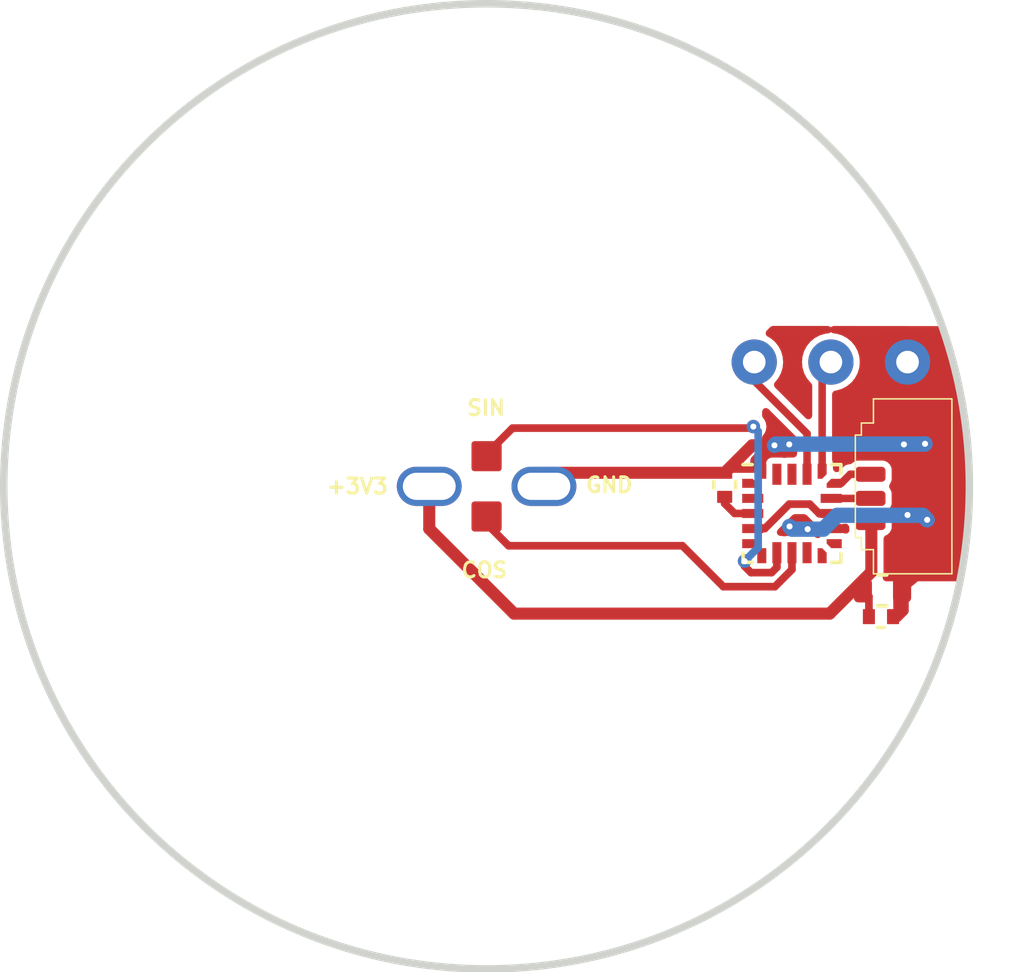
<source format=kicad_pcb>
(kicad_pcb (version 20221018) (generator pcbnew)
  (layers (0 "F.Cu" signal) (31 "B.Cu" signal) (34 "B.Paste" user) (35 "F.Paste" user) (36 "B.SilkS" user "B.Silkscreen") (37 "F.SilkS" user "F.Silkscreen") (38 "B.Mask" user) (39 "F.Mask" user) (44 "Edge.Cuts" user))
  (net 0 "")
  (net 1 "Net-(U1-NRST)")
  (net 2 "GND")
  (net 3 "/COS")
  (net 4 "/SIN")
  (net 7 "/V_TEMP")
  (net 11 "/LED_GPIO")
  (net 12 "/TX")
  (net 13 "/RX")
  (net 14 "/SWDIO")
  (net 15 "/SWCLK")
  (net 18 "+3V3")
  (footprint "adapter-encoder:dogbone_pad" (layer "F.Cu") (at 143.415 103.1)
    (fp_text reference "M3" hide)
    (fp_text value "THRU_HOLE_PAD")
    (pad "1" smd roundrect locked (at 0 0) (size 1 1) (layers "F.Cu" "F.Paste" "F.Mask") (roundrect_rratio 0.1) (net 4 "/SIN"))
  )
  (footprint "adapter-encoder:C_0603_1608Metric" (layer "F.Cu") (at 156.535 105.55)
    (fp_text reference "C4" hide)
    (fp_text value "4.7nF 0603")
    (fp_line (start -0.14058 -0.51) (end 0.14058 -0.51) (stroke (width 0.12)) (layer "F.SilkS"))
    (fp_line (start -0.14058 0.51) (end 0.14058 0.51) (stroke (width 0.12)) (layer "F.SilkS"))
    (pad "1" smd roundrect (at -0.65 0) (size 0.6 0.8) (layers "F.Cu" "F.Paste" "F.Mask") (net 18 "+3V3"))
    (pad "2" smd roundrect (at 0.65 0) (size 0.6 0.8) (layers "F.Cu" "F.Paste" "F.Mask") (net 2 "GND"))
  )
  (footprint "foc-pcb-library:PAD-BREADBOARD" (layer "F.Cu") (at 157.365 97.98)
    (fp_text reference "M7" hide)
    (fp_text value "THRU_HOLE_PAD" hide)
    (pad "1" thru_hole circle (at 0 0) (size 1.5 1.5) (drill 0.75) (layers "*.Cu" "*.Mask") (net 2 "GND"))
  )
  (footprint "adapter-encoder:C_0402_1005Metric" (layer "F.Cu") (at 151.305 102.05 90)
    (fp_text reference "C1" hide)
    (fp_text value "100nF")
    (fp_line (start -0.107836 -0.36) (end 0.107836 -0.36) (stroke (width 0.12)) (layer "F.SilkS"))
    (fp_line (start -0.107836 0.36) (end 0.107836 0.36) (stroke (width 0.12)) (layer "F.SilkS"))
    (pad "1" smd roundrect (at -0.4 0 90) (size 0.4 0.5) (layers "F.Cu" "F.Paste" "F.Mask") (roundrect_rratio 0.0625) (net 1 "Net-(U1-NRST)"))
    (pad "2" smd roundrect (at 0.4 0 90) (size 0.4 0.5) (layers "F.Cu" "F.Paste" "F.Mask") (roundrect_rratio 0.0625) (net 2 "GND"))
  )
  (footprint "foc-pcb-library:PAD-BREADBOARD" (layer "F.Cu") (at 152.285 97.98)
    (fp_text reference "M6" hide)
    (fp_text value "THRU_HOLE_PAD" hide)
    (pad "1" thru_hole circle (at 0 0) (size 1.5 1.5) (drill 0.75) (layers "*.Cu" "*.Mask") (net 15 "/SWCLK"))
  )
  (footprint "foc-pcb-library:PAD-BREADBOARD" (layer "F.Cu") (at 154.825 97.98)
    (fp_text reference "M5" hide)
    (fp_text value "THRU_HOLE_PAD" hide)
    (pad "1" thru_hole circle (at 0 0) (size 1.5 1.5) (drill 0.75) (layers "*.Cu" "*.Mask") (net 14 "/SWDIO"))
  )
  (footprint "adapter-encoder:dogbone_slot" (layer "F.Cu") (at 141.515 102.1)
    (fp_text reference "M1" hide)
    (fp_text value "THRU_HOLE_PAD")
    (pad "1" thru_hole oval locked (at 0 0) (size 2.15 1.3) (drill oval 1.75 0.9) (layers "*.Cu" "*.Mask") (net 18 "+3V3"))
  )
  (footprint "foc-pcb-library:DF52-4S-0.8H(21)" (layer "F.Cu") (at 156.135 102.1 90)
    (fp_text reference "U3" hide)
    (fp_text value "DF52-4S-0.8H(21)" hide)
    (fp_line (start -2.9 0.1) (end -2.9 2.7) (stroke (width 0.05)) (layer "F.SilkS"))
    (fp_line (start -2.9 2.7) (end 2.9 2.7) (stroke (width 0.05)) (layer "F.SilkS"))
    (fp_line (start -2.1 -0.3) (end -2.1 0.1) (stroke (width 0.05)) (layer "F.SilkS"))
    (fp_line (start -2.1 0.1) (end -2.9 0.1) (stroke (width 0.05)) (layer "F.SilkS"))
    (fp_line (start -1.7 -0.5) (end -1.7 -0.3) (stroke (width 0.05)) (layer "F.SilkS"))
    (fp_line (start -1.7 -0.5) (end 1.7 -0.5) (stroke (width 0.05)) (layer "F.SilkS"))
    (fp_line (start -1.7 -0.3) (end -2.1 -0.3) (stroke (width 0.05)) (layer "F.SilkS"))
    (fp_line (start 1.7 -0.5) (end 1.7 -0.3) (stroke (width 0.05)) (layer "F.SilkS"))
    (fp_line (start 1.7 -0.3) (end 2.1 -0.3) (stroke (width 0.05)) (layer "F.SilkS"))
    (fp_line (start 2.1 -0.3) (end 2.1 0.1) (stroke (width 0.05)) (layer "F.SilkS"))
    (fp_line (start 2.1 0.1) (end 2.9 0.1) (stroke (width 0.05)) (layer "F.SilkS"))
    (fp_line (start 2.9 0.1) (end 2.9 2.7) (stroke (width 0.05)) (layer "F.SilkS"))
    (pad "1" smd roundrect (at -1.2 0 270) (size 0.5 1) (layers "F.Cu" "F.Paste" "F.Mask") (net 18 "+3V3"))
    (pad "2" smd roundrect (at -0.4 0 270) (size 0.5 1) (layers "F.Cu" "F.Paste" "F.Mask") (net 12 "/TX"))
    (pad "3" smd roundrect (at 0.4 0 270) (size 0.5 1) (layers "F.Cu" "F.Paste" "F.Mask") (net 13 "/RX"))
    (pad "4" smd roundrect (at 1.2 0 270) (size 0.5 1) (layers "F.Cu" "F.Paste" "F.Mask") (net 2 "GND"))
    (pad "5" smd roundrect (at 2.45 1.92 90) (size 0.9 1.6) (layers "F.Cu" "F.Paste" "F.Mask") (net 2 "GND"))
    (pad "6" smd roundrect (at -2.45 1.92 90) (size 0.9 1.6) (layers "F.Cu" "F.Paste" "F.Mask") (net 2 "GND"))
  )
  (footprint "adapter-encoder:dogbone_slot" (layer "F.Cu") (at 145.315 102.1)
    (fp_text reference "M4" hide)
    (fp_text value "THRU_HOLE_PAD")
    (pad "1" thru_hole oval locked (at 0 0) (size 2.15 1.3) (drill oval 1.75 0.9) (layers "*.Cu" "*.Mask") (net 2 "GND"))
  )
  (footprint "adapter-encoder:C_0402_1005Metric" (layer "F.Cu") (at 156.485 106.42)
    (fp_text reference "C2" hide)
    (fp_text value "100nF 0402")
    (fp_line (start -0.107836 -0.36) (end 0.107836 -0.36) (stroke (width 0.12)) (layer "F.SilkS"))
    (fp_line (start -0.107836 0.36) (end 0.107836 0.36) (stroke (width 0.12)) (layer "F.SilkS"))
    (pad "1" smd roundrect (at -0.4 0) (size 0.4 0.5) (layers "F.Cu" "F.Paste" "F.Mask") (roundrect_rratio 0.0625) (net 18 "+3V3"))
    (pad "2" smd roundrect (at 0.4 0) (size 0.4 0.5) (layers "F.Cu" "F.Paste" "F.Mask") (roundrect_rratio 0.0625) (net 2 "GND"))
  )
  (footprint "adapter-encoder:dogbone_pad" (layer "F.Cu") (at 143.415 101.1)
    (fp_text reference "M2" hide)
    (fp_text value "THRU_HOLE_PAD")
    (pad "1" smd roundrect locked (at 0 0) (size 1 1) (layers "F.Cu" "F.Paste" "F.Mask") (roundrect_rratio 0.1) (net 3 "/COS"))
  )
  (footprint "adapter-encoder:ST_UFQFPN-20_3x3mm_P0.5mm" (layer "F.Cu") (at 153.535 103)
    (fp_text reference "U1" hide)
    (fp_text value "STM32L011F4Ux")
    (fp_line (start -1.62 -1.62) (end -1.32 -1.62) (stroke (width 0.12)) (layer "F.SilkS"))
    (fp_line (start -1.62 1.62) (end -1.62 1.32) (stroke (width 0.12)) (layer "F.SilkS"))
    (fp_line (start -1.62 1.62) (end -1.32 1.62) (stroke (width 0.12)) (layer "F.SilkS"))
    (fp_line (start 1.62 -1.62) (end 1.32 -1.62) (stroke (width 0.12)) (layer "F.SilkS"))
    (fp_line (start 1.62 -1.62) (end 1.62 -1.32) (stroke (width 0.12)) (layer "F.SilkS"))
    (fp_line (start 1.62 1.62) (end 1.32 1.62) (stroke (width 0.12)) (layer "F.SilkS"))
    (fp_line (start 1.62 1.62) (end 1.62 1.32) (stroke (width 0.12)) (layer "F.SilkS"))
    (pad "1" smd custom (at -1.475 -1) (size 0.35 0.3) (layers "F.Cu" "F.Paste" "F.Mask") (options (clearance outline) (anchor rect)) (primitives (gr_poly (pts (xy 0.325 0) (xy 0.325 0.15) (xy 0.175 0.15) (xy 0.175 -0.15)) (width 0) (fill yes))))
    (pad "2" smd rect (at -1.3 -0.5) (size 0.7 0.3) (layers "F.Cu" "F.Paste" "F.Mask"))
    (pad "3" smd rect (at -1.3 0) (size 0.7 0.3) (layers "F.Cu" "F.Paste" "F.Mask") (net 1 "Net-(U1-NRST)"))
    (pad "4" smd rect (at -1.3 0.5) (size 0.7 0.3) (layers "F.Cu" "F.Paste" "F.Mask") (net 18 "+3V3"))
    (pad "5" smd custom (at -1.475 1) (size 0.35 0.3) (layers "F.Cu" "F.Paste" "F.Mask") (net 7 "/V_TEMP") (options (clearance outline) (anchor rect)) (primitives (gr_poly (pts (xy 0.325 0) (xy 0.175 0.15) (xy 0.175 -0.15) (xy 0.325 -0.15)) (width 0) (fill yes))))
    (pad "6" smd custom (at -1 1.475) (size 0.3 0.35) (layers "F.Cu" "F.Paste" "F.Mask") (options (clearance outline) (anchor rect)) (primitives (gr_poly (pts (xy 0.15 -0.175) (xy -0.15 -0.175) (xy 0 -0.325) (xy 0.15 -0.325)) (width 0) (fill yes))))
    (pad "7" smd rect (at -0.5 1.3) (size 0.3 0.7) (layers "F.Cu" "F.Paste" "F.Mask") (net 3 "/COS"))
    (pad "8" smd rect (at 0 1.3) (size 0.3 0.7) (layers "F.Cu" "F.Paste" "F.Mask") (net 4 "/SIN"))
    (pad "9" smd rect (at 0.5 1.3) (size 0.3 0.7) (layers "F.Cu" "F.Paste" "F.Mask"))
    (pad "10" smd custom (at 1 1.475) (size 0.3 0.35) (layers "F.Cu" "F.Paste" "F.Mask") (options (clearance outline) (anchor rect)) (primitives (gr_poly (pts (xy 0.15 -0.175) (xy -0.15 -0.175) (xy -0.15 -0.325) (xy 0 -0.325)) (width 0) (fill yes))))
    (pad "11" smd custom (at 1.475 1) (size 0.35 0.3) (layers "F.Cu" "F.Paste" "F.Mask") (net 11 "/LED_GPIO") (options (clearance outline) (anchor rect)) (primitives (gr_poly (pts (xy -0.175 0.15) (xy -0.325 0) (xy -0.325 -0.15) (xy -0.175 -0.15)) (width 0) (fill yes))))
    (pad "12" smd rect (at 1.3 0.5) (size 0.7 0.3) (layers "F.Cu" "F.Paste" "F.Mask") (net 2 "GND"))
    (pad "13" smd rect (at 1.3 0) (size 0.7 0.3) (layers "F.Cu" "F.Paste" "F.Mask") (net 18 "+3V3"))
    (pad "14" smd rect (at 1.3 -0.5) (size 0.7 0.3) (layers "F.Cu" "F.Paste" "F.Mask") (net 12 "/TX"))
    (pad "15" smd custom (at 1.475 -1) (size 0.35 0.3) (layers "F.Cu" "F.Paste" "F.Mask") (net 13 "/RX") (options (clearance outline) (anchor rect)) (primitives (gr_poly (pts (xy -0.175 0.15) (xy -0.325 0.15) (xy -0.325 0) (xy -0.175 -0.15)) (width 0) (fill yes))))
    (pad "16" smd custom (at 1 -1.475) (size 0.3 0.35) (layers "F.Cu" "F.Paste" "F.Mask") (net 14 "/SWDIO") (options (clearance outline) (anchor rect)) (primitives (gr_poly (pts (xy 0 0.325) (xy -0.15 0.325) (xy -0.15 0.175) (xy 0.15 0.175)) (width 0) (fill yes))))
    (pad "17" smd rect (at 0.5 -1.3) (size 0.3 0.7) (layers "F.Cu" "F.Paste" "F.Mask") (net 15 "/SWCLK"))
    (pad "18" smd rect (at 0 -1.3) (size 0.3 0.7) (layers "F.Cu" "F.Paste" "F.Mask"))
    (pad "19" smd rect (at -0.5 -1.3) (size 0.3 0.7) (layers "F.Cu" "F.Paste" "F.Mask"))
    (pad "20" smd custom (at -1 -1.475) (size 0.3 0.35) (layers "F.Cu" "F.Paste" "F.Mask") (net 2 "GND") (options (clearance outline) (anchor rect)) (primitives (gr_poly (pts (xy 0.15 0.325) (xy 0 0.325) (xy -0.15 0.175) (xy 0.15 0.175)) (width 0) (fill yes))))
  )
  (gr_circle locked (center 143.415 102.1) (end 159.415 102.1) (stroke (width 0.25)) (fill none) (layer "Edge.Cuts"))
  (gr_text "COS" (at 142.525 105.17) (layer "F.SilkS") (effects (font (size 0.5 0.5) (thickness 0.1) bold) (justify left bottom)))
  (gr_text "SIN" (at 142.715 99.79) (layer "F.SilkS") (effects (font (size 0.5 0.5) (thickness 0.1) bold) (justify left bottom)))
  (gr_text "GND" (at 146.655 102.35) (layer "F.SilkS") (effects (font (size 0.5 0.5) (thickness 0.1) bold) (justify left bottom)))
  (gr_text "+3V3" (at 138.065 102.39) (layer "F.SilkS") (effects (font (size 0.5 0.5) (thickness 0.1) bold) (justify left bottom)))
  (segment (start 151.305 102.45) (end 151.305 102.67) (width 0.254) (layer "F.Cu") (net 1))
  (segment (start 151.305 102.67) (end 151.635 103) (width 0.254) (layer "F.Cu") (net 1))
  (segment (start 151.635 103) (end 152.235 103) (width 0.254) (layer "F.Cu") (net 1))
  (segment (start 151.305 101.65) (end 145.485 101.65) (width 0.4) (layer "F.Cu") (net 2))
  (segment (start 151.43 101.525) (end 151.305 101.65) (width 0.254) (layer "F.Cu") (net 2))
  (segment (start 152.535 101.525) (end 151.43 101.525) (width 0.254) (layer "F.Cu") (net 2))
  (segment (start 152.215 100.74) (end 151.305 101.65) (width 0.4) (layer "F.Cu") (net 2))
  (segment (start 145.485 101.65) (end 145.315 101.82) (width 0.4) (layer "F.Cu") (net 2))
  (segment (start 152.955 100.74) (end 152.215 100.74) (width 0.4) (layer "F.Cu") (net 2))
  (segment (start 145.315 102.1) (end 145.315 101.82) (width 0.508) (layer "F.Cu") (net 2))
  (via (at 157.365 103.05) (size 0.45) (drill 0.2) (layers "F.Cu" "B.Cu") (net 2))
  (via (at 157.945 100.69) (size 0.45) (drill 0.2) (layers "F.Cu" "B.Cu") (net 2))
  (via (at 157.245 100.71) (size 0.45) (drill 0.2) (layers "F.Cu" "B.Cu") (net 2))
  (via (at 153.445 100.71) (size 0.45) (drill 0.2) (layers "F.Cu" "B.Cu") (net 2))
  (via (at 152.955 100.74) (size 0.45) (drill 0.2) (layers "F.Cu" "B.Cu") (net 2))
  (via (at 153.455 103.43) (size 0.45) (drill 0.2) (layers "F.Cu" "B.Cu") (net 2))
  (via (at 154.055 103.52) (size 0.45) (drill 0.2) (layers "F.Cu" "B.Cu") (net 2))
  (via (at 158.015 103.21) (size 0.45) (drill 0.2) (layers "F.Cu" "B.Cu") (net 2))
  (segment (start 152.955 100.74) (end 152.995 100.7) (width 0.508) (layer "B.Cu") (net 2))
  (segment (start 154.575 103.52) (end 155.035 103.06) (width 0.508) (layer "B.Cu") (net 2))
  (segment (start 153.455 103.43) (end 153.545 103.52) (width 0.508) (layer "B.Cu") (net 2))
  (segment (start 152.995 100.7) (end 157.935 100.7) (width 0.508) (layer "B.Cu") (net 2))
  (segment (start 157.865 103.06) (end 158.015 103.21) (width 0.508) (layer "B.Cu") (net 2))
  (segment (start 157.935 100.7) (end 157.945 100.69) (width 0.508) (layer "B.Cu") (net 2))
  (segment (start 154.055 103.52) (end 154.575 103.52) (width 0.508) (layer "B.Cu") (net 2))
  (segment (start 153.545 103.52) (end 154.055 103.52) (width 0.508) (layer "B.Cu") (net 2))
  (segment (start 155.035 103.06) (end 157.865 103.06) (width 0.508) (layer "B.Cu") (net 2))
  (segment (start 152.205 100.17) (end 144.275 100.17) (width 0.254) (layer "F.Cu") (net 3))
  (segment (start 152.175 104.96) (end 152.860264 104.96) (width 0.254) (layer "F.Cu") (net 3))
  (segment (start 143.415 101.03) (end 143.415 101.1) (width 0.254) (layer "F.Cu") (net 3))
  (segment (start 144.275 100.17) (end 143.415 101.03) (width 0.254) (layer "F.Cu") (net 3))
  (segment (start 152.255 100.12) (end 152.205 100.17) (width 0.254) (layer "F.Cu") (net 3))
  (segment (start 151.965 104.75) (end 152.175 104.96) (width 0.254) (layer "F.Cu") (net 3))
  (segment (start 153.035 104.785264) (end 153.035 104.3) (width 0.254) (layer "F.Cu") (net 3))
  (segment (start 152.860264 104.96) (end 153.035 104.785264) (width 0.254) (layer "F.Cu") (net 3))
  (segment (start 151.965 104.58) (end 151.965 104.75) (width 0.254) (layer "F.Cu") (net 3))
  (via (at 151.965 104.58) (size 0.45) (drill 0.2) (layers "F.Cu" "B.Cu") (net 3))
  (via (at 152.255 100.12) (size 0.45) (drill 0.2) (layers "F.Cu" "B.Cu") (net 3))
  (segment (start 152.255 100.12) (end 152.415 100.28) (width 0.254) (layer "B.Cu") (net 3))
  (segment (start 152.415 104.13) (end 151.965 104.58) (width 0.254) (layer "B.Cu") (net 3))
  (segment (start 152.415 100.28) (end 152.415 104.13) (width 0.254) (layer "B.Cu") (net 3))
  (segment (start 153.535 104.86) (end 152.9686 105.4264) (width 0.254) (layer "F.Cu") (net 4))
  (segment (start 149.905 104.07) (end 144.145 104.07) (width 0.254) (layer "F.Cu") (net 4))
  (segment (start 151.2614 105.4264) (end 149.905 104.07) (width 0.254) (layer "F.Cu") (net 4))
  (segment (start 144.145 104.07) (end 143.415 103.34) (width 0.254) (layer "F.Cu") (net 4))
  (segment (start 143.415 103.34) (end 143.415 103.1) (width 0.254) (layer "F.Cu") (net 4))
  (segment (start 152.9686 105.4264) (end 151.2614 105.4264) (width 0.254) (layer "F.Cu") (net 4))
  (segment (start 153.535 104.3) (end 153.535 104.86) (width 0.254) (layer "F.Cu") (net 4))
  (segment (start 154.835 102.5) (end 156.135 102.5) (width 0.25) (layer "F.Cu") (net 12))
  (segment (start 155.165 102) (end 155.465 101.7) (width 0.25) (layer "F.Cu") (net 13))
  (segment (start 155.01 102) (end 155.165 102) (width 0.25) (layer "F.Cu") (net 13))
  (segment (start 155.465 101.7) (end 156.135 101.7) (width 0.25) (layer "F.Cu") (net 13))
  (segment (start 154.535 101.525) (end 154.535 98.27) (width 0.25) (layer "F.Cu") (net 14))
  (segment (start 154.535 98.27) (end 154.825 97.98) (width 0.25) (layer "F.Cu") (net 14))
  (segment (start 152.285 98.6) (end 152.285 97.98) (width 0.25) (layer "F.Cu") (net 15))
  (segment (start 154.035 101.7) (end 154.035 100.35) (width 0.25) (layer "F.Cu") (net 15))
  (segment (start 154.035 100.35) (end 152.285 98.6) (width 0.25) (layer "F.Cu") (net 15))
  (segment (start 153.445 102.69) (end 154.125 102.69) (width 0.254) (layer "F.Cu") (net 18))
  (segment (start 154.125 102.69) (end 154.445 103.01) (width 0.254) (layer "F.Cu") (net 18))
  (segment (start 144.325 106.32) (end 141.515 103.51) (width 0.4) (layer "F.Cu") (net 18))
  (segment (start 154.825 103.01) (end 154.835 103) (width 0.254) (layer "F.Cu") (net 18))
  (segment (start 154.445 103.01) (end 154.825 103.01) (width 0.254) (layer "F.Cu") (net 18))
  (segment (start 152.235 103.5) (end 152.635 103.5) (width 0.254) (layer "F.Cu") (net 18))
  (segment (start 156.165 103.33) (end 156.165 104.94) (width 0.4) (layer "F.Cu") (net 18))
  (segment (start 141.515 103.51) (end 141.515 102.1) (width 0.4) (layer "F.Cu") (net 18))
  (segment (start 156.135 103.3) (end 156.165 103.33) (width 0.508) (layer "F.Cu") (net 18))
  (segment (start 155.545 103) (end 154.835 103) (width 0.25) (layer "F.Cu") (net 18))
  (segment (start 156.135 103.3) (end 155.845 103.3) (width 0.25) (layer "F.Cu") (net 18))
  (segment (start 155.845 103.3) (end 155.545 103) (width 0.25) (layer "F.Cu") (net 18))
  (segment (start 156.085 105.75) (end 155.885 105.55) (width 0.254) (layer "F.Cu") (net 18))
  (segment (start 154.785 106.32) (end 144.325 106.32) (width 0.4) (layer "F.Cu") (net 18))
  (segment (start 156.085 106.42) (end 156.085 105.75) (width 0.254) (layer "F.Cu") (net 18))
  (segment (start 156.165 104.94) (end 154.785 106.32) (width 0.4) (layer "F.Cu") (net 18))
  (segment (start 152.635 103.5) (end 153.445 102.69) (width 0.254) (layer "F.Cu") (net 18))
  (zone (net 2) (net_name "GND") (layer "F.Cu") (connect_pads yes (clearance 0.2032)) (min_thickness 0.25) (fill yes (thermal_gap 0.2032) (thermal_bridge_width 0.5))
    (polygon (pts (xy 152.855 96.78) (xy 152.155 97.48) (xy 152.155 99.162969) (xy 152.545183 99.56) (xy 152.54473 100.750226) (xy 152.155 101.18) (xy 152.155 103.62) (xy 153.785 105.25) (xy 156.885 105.25) (xy 156.896725 106.61) (xy 157.085 106.61) (xy 157.405 106.29) (xy 157.405 105.5) (xy 157.705 105.25) (xy 160.195 105.25) (xy 161.235 104.21) (xy 161.235 96.97) (xy 161.055 96.79)))
  )
)
</source>
